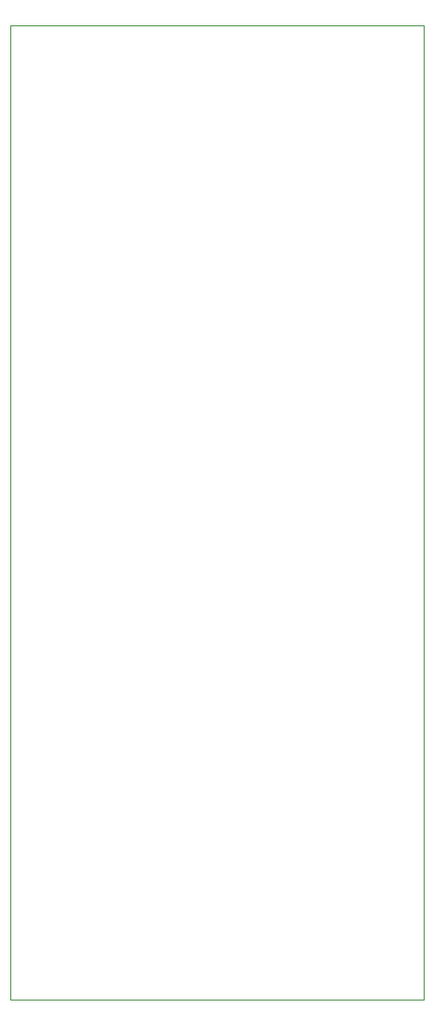
<source format=gbr>
%TF.GenerationSoftware,KiCad,Pcbnew,(5.1.9-0-10_14)*%
%TF.CreationDate,2021-06-04T20:59:10-04:00*%
%TF.ProjectId,INVERT_CONTROL_INTERFACE,494e5645-5254-45f4-934f-4e54524f4c5f,rev?*%
%TF.SameCoordinates,Original*%
%TF.FileFunction,Profile,NP*%
%FSLAX46Y46*%
G04 Gerber Fmt 4.6, Leading zero omitted, Abs format (unit mm)*
G04 Created by KiCad (PCBNEW (5.1.9-0-10_14)) date 2021-06-04 20:59:10*
%MOMM*%
%LPD*%
G01*
G04 APERTURE LIST*
%TA.AperFunction,Profile*%
%ADD10C,0.050000*%
%TD*%
G04 APERTURE END LIST*
D10*
X118700000Y-50000000D02*
X118700000Y-51000000D01*
X81400000Y-50000000D02*
X118700000Y-50000000D01*
X81400000Y-51000000D02*
X81400000Y-50000000D01*
X81400000Y-137900000D02*
X81400000Y-51000000D01*
X118700000Y-137900000D02*
X81400000Y-137900000D01*
X118700000Y-51000000D02*
X118700000Y-137900000D01*
M02*

</source>
